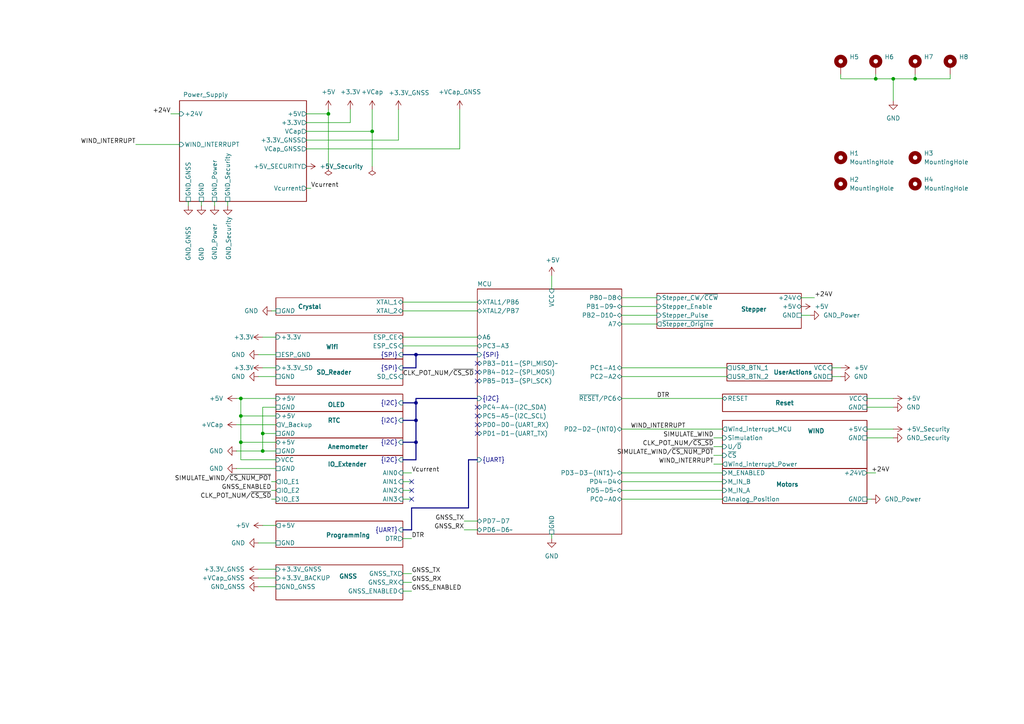
<source format=kicad_sch>
(kicad_sch (version 20231120) (generator "eeschema") (generator_version "8.0")
  (paper "A4")
  (title_block (title "SunTracker - Hierarchical schematic") (date "2024-04-17") (rev "1.0") (company "CREPP"))
  (lib_symbols
    (symbol "GND_1" (power) (pin_numbers hide) (pin_names (offset 0) hide)
      (property "Value" "GND" (at 0 -3.81 0))
      (symbol "GND_1_0_1"
        (polyline (pts (xy 0 0) (xy 0 -1.27) (xy 1.27 -1.27) (xy 0 -2.54) (xy -1.27 -1.27) (xy 0 -1.27)))
      )
      (symbol "GND_1_1_1"
        (pin power_in line (at 0 0 270) (length 0) (name "~") (number "1"))
      )
    )
    (symbol "Mechanical:MountingHole" (pin_names (offset 1.016))
      (property "Reference" "H" (at 0 5.08 0))
      (property "Value" "MountingHole" (at 0 3.175 0))
      (symbol "MountingHole_0_1"
        (circle (center 0 0) (radius 1.27) (stroke (width 1.27)))
      )
    )
    (symbol "Mechanical:MountingHole_Pad" (pin_numbers hide) (pin_names (offset 1.016) hide)
      (property "Reference" "H" (at 0 6.35 0))
      (property "Value" "MountingHole_Pad" (at 0 4.445 0))
      (symbol "MountingHole_Pad_0_1"
        (circle (center 0 1.27) (radius 1.27) (stroke (width 1.27)))
      )
      (symbol "MountingHole_Pad_1_1"
        (pin input line (at 0 -2.54 90) (length 2.54) (name "1") (number "1"))
      )
    )
    (symbol "power:+3.3V" (power) (pin_names (offset 0))
      (property "Value" "+3.3V" (at 0 3.556 0))
      (symbol "+3.3V_0_1"
        (polyline (pts (xy -0.762 1.27) (xy 0 2.54)))
        (polyline (pts (xy 0 0) (xy 0 2.54)))
        (polyline (pts (xy 0 2.54) (xy 0.762 1.27)))
      )
      (symbol "+3.3V_1_1"
        (pin power_in line (at 0 0 90) (length 0) hide (name "+3.3V") (number "1"))
      )
    )
    (symbol "power:+5V" (power) (pin_names (offset 0))
      (property "Value" "+5V" (at 0 3.556 0))
      (symbol "+5V_0_1"
        (polyline (pts (xy -0.762 1.27) (xy 0 2.54)))
        (polyline (pts (xy 0 0) (xy 0 2.54)))
        (polyline (pts (xy 0 2.54) (xy 0.762 1.27)))
      )
      (symbol "+5V_1_1"
        (pin power_in line (at 0 0 90) (length 0) hide (name "+5V") (number "1"))
      )
    )
    (symbol "power:GND" (power) (pin_names (offset 0))
      (property "Value" "GND" (at 0 -3.81 0))
      (symbol "GND_0_1"
        (polyline (pts (xy 0 0) (xy 0 -1.27) (xy 1.27 -1.27) (xy 0 -2.54) (xy -1.27 -1.27) (xy 0 -1.27)))
      )
      (symbol "GND_1_1"
        (pin power_in line (at 0 0 270) (length 0) hide (name "GND") (number "1"))
      )
    )
    (symbol "power:PWR_FLAG" (power) (pin_numbers hide) (pin_names (offset 0) hide)
      (property "Value" "PWR_FLAG" (at 0 3.81 0))
      (symbol "PWR_FLAG_0_0"
        (pin power_out line (at 0 0 90) (length 0) (name "~") (number "1"))
      )
      (symbol "PWR_FLAG_0_1"
        (polyline (pts (xy 0 0) (xy 0 1.27) (xy -1.016 1.905) (xy 0 2.54) (xy 1.016 1.905) (xy 0 1.27)))
      )
    )
  )
  (bus_alias "" (members))
  (bus_alias "I2C" (members "SDA" "SCL"))
  (bus_alias "SPI" (members "MOSI" "MISO" "CLK"))
  (bus_alias "UART" (members "RX" "TX"))
  (junction (at 107.95 38.1))
  (junction (at 69.85 128.27))
  (junction (at 254 22.86))
  (junction (at 120.65 121.92))
  (junction (at 265.43 22.86))
  (junction (at 120.65 102.87))
  (junction (at 120.65 128.27))
  (junction (at 69.85 115.57))
  (junction (at 69.85 120.65))
  (junction (at 120.65 116.84))
  (junction (at 76.2 130.81))
  (junction (at 259.08 22.86))
  (junction (at 95.25 33.02))
  (junction (at 76.2 125.73))
  (no_connect (at 138.43 105.41))
  (no_connect (at 138.43 118.11))
  (no_connect (at 138.43 120.65))
  (no_connect (at 119.38 142.24))
  (no_connect (at 138.43 110.49))
  (no_connect (at 119.38 139.7))
  (no_connect (at 119.38 144.78))
  (no_connect (at 138.43 107.95))
  (no_connect (at 138.43 123.19))
  (no_connect (at 138.43 125.73))
  (wire (pts (xy 275.59 22.86) (xy 265.43 22.86)))
  (wire (pts (xy 101.6 35.56) (xy 88.9 35.56)))
  (wire (pts (xy 80.01 125.73) (xy 76.2 125.73)))
  (wire (pts (xy 76.2 118.11) (xy 76.2 125.73)))
  (wire (pts (xy 74.93 170.18) (xy 80.01 170.18)))
  (wire (pts (xy 251.46 118.11) (xy 259.08 118.11)))
  (wire (pts (xy 69.85 128.27) (xy 69.85 120.65)))
  (wire (pts (xy 180.34 93.98) (xy 190.5 93.98)))
  (wire (pts (xy 116.84 168.91) (xy 119.38 168.91)))
  (wire (pts (xy 251.46 144.78) (xy 252.73 144.78)))
  (wire (pts (xy 80.01 118.11) (xy 76.2 118.11)))
  (wire (pts (xy 232.41 86.36) (xy 236.22 86.36)))
  (wire (pts (xy 243.84 22.86) (xy 254 22.86)))
  (wire (pts (xy 68.58 123.19) (xy 80.01 123.19)))
  (wire (pts (xy 74.93 102.87) (xy 80.01 102.87)))
  (wire (pts (xy 74.93 109.22) (xy 80.01 109.22)))
  (wire (pts (xy 251.46 115.57) (xy 259.08 115.57)))
  (wire (pts (xy 54.61 58.42) (xy 54.61 59.69)))
  (wire (pts (xy 78.74 144.78) (xy 80.01 144.78)))
  (bus (pts (xy 116.84 133.35) (xy 120.65 133.35)))
  (wire (pts (xy 133.35 43.18) (xy 88.9 43.18)))
  (wire (pts (xy 66.04 58.42) (xy 66.04 59.69)))
  (wire (pts (xy 68.58 135.89) (xy 80.01 135.89)))
  (wire (pts (xy 101.6 31.75) (xy 101.6 35.56)))
  (wire (pts (xy 116.84 137.16) (xy 119.38 137.16)))
  (wire (pts (xy 232.41 91.44) (xy 234.95 91.44)))
  (wire (pts (xy 251.46 137.16) (xy 254 137.16)))
  (wire (pts (xy 95.25 33.02) (xy 88.9 33.02)))
  (wire (pts (xy 134.62 151.13) (xy 138.43 151.13)))
  (wire (pts (xy 76.2 125.73) (xy 76.2 130.81)))
  (wire (pts (xy 254 22.86) (xy 259.08 22.86)))
  (wire (pts (xy 115.57 31.75) (xy 115.57 40.64)))
  (wire (pts (xy 180.34 106.68) (xy 210.82 106.68)))
  (wire (pts (xy 115.57 40.64) (xy 88.9 40.64)))
  (wire (pts (xy 74.93 157.48) (xy 80.01 157.48)))
  (wire (pts (xy 116.84 171.45) (xy 119.38 171.45)))
  (bus (pts (xy 116.84 128.27) (xy 120.65 128.27)))
  (wire (pts (xy 78.74 142.24) (xy 80.01 142.24)))
  (wire (pts (xy 39.37 41.91) (xy 52.07 41.91)))
  (wire (pts (xy 88.9 54.61) (xy 90.17 54.61)))
  (wire (pts (xy 259.08 22.86) (xy 259.08 29.21)))
  (wire (pts (xy 241.3 106.68) (xy 243.84 106.68)))
  (wire (pts (xy 180.34 91.44) (xy 190.5 91.44)))
  (bus (pts (xy 120.65 102.87) (xy 138.43 102.87)))
  (wire (pts (xy 180.34 86.36) (xy 190.5 86.36)))
  (bus (pts (xy 135.89 133.35) (xy 138.43 133.35)))
  (wire (pts (xy 88.9 38.1) (xy 107.95 38.1)))
  (bus (pts (xy 135.89 147.32) (xy 119.38 147.32)))
  (wire (pts (xy 243.84 21.59) (xy 243.84 22.86)))
  (wire (pts (xy 116.84 142.24) (xy 119.38 142.24)))
  (wire (pts (xy 76.2 106.68) (xy 80.01 106.68)))
  (wire (pts (xy 68.58 115.57) (xy 69.85 115.57)))
  (bus (pts (xy 120.65 128.27) (xy 120.65 133.35)))
  (wire (pts (xy 160.02 80.01) (xy 160.02 83.82)))
  (bus (pts (xy 120.65 115.57) (xy 120.65 116.84)))
  (wire (pts (xy 74.93 167.64) (xy 80.01 167.64)))
  (wire (pts (xy 58.42 58.42) (xy 58.42 59.69)))
  (wire (pts (xy 76.2 97.79) (xy 80.01 97.79)))
  (wire (pts (xy 116.84 87.63) (xy 138.43 87.63)))
  (wire (pts (xy 116.84 166.37) (xy 119.38 166.37)))
  (bus (pts (xy 116.84 102.87) (xy 120.65 102.87)))
  (bus (pts (xy 119.38 153.67) (xy 116.84 153.67)))
  (wire (pts (xy 116.84 156.21) (xy 119.38 156.21)))
  (wire (pts (xy 180.34 109.22) (xy 210.82 109.22)))
  (wire (pts (xy 76.2 152.4) (xy 80.01 152.4)))
  (wire (pts (xy 107.95 31.75) (xy 107.95 38.1)))
  (wire (pts (xy 265.43 21.59) (xy 265.43 22.86)))
  (wire (pts (xy 160.02 154.94) (xy 160.02 156.21)))
  (wire (pts (xy 95.25 33.02) (xy 95.25 48.26)))
  (wire (pts (xy 116.84 90.17) (xy 138.43 90.17)))
  (bus (pts (xy 120.65 106.68) (xy 120.65 102.87)))
  (wire (pts (xy 80.01 133.35) (xy 69.85 133.35)))
  (bus (pts (xy 116.84 106.68) (xy 120.65 106.68)))
  (wire (pts (xy 78.74 139.7) (xy 80.01 139.7)))
  (wire (pts (xy 68.58 130.81) (xy 76.2 130.81)))
  (wire (pts (xy 180.34 88.9) (xy 190.5 88.9)))
  (bus (pts (xy 135.89 133.35) (xy 135.89 147.32)))
  (wire (pts (xy 95.25 31.75) (xy 95.25 33.02)))
  (wire (pts (xy 180.34 124.46) (xy 209.55 124.46)))
  (wire (pts (xy 241.3 109.22) (xy 243.84 109.22)))
  (wire (pts (xy 180.34 144.78) (xy 209.55 144.78)))
  (bus (pts (xy 116.84 116.84) (xy 120.65 116.84)))
  (wire (pts (xy 265.43 22.86) (xy 259.08 22.86)))
  (wire (pts (xy 207.01 129.54) (xy 209.55 129.54)))
  (wire (pts (xy 74.93 165.1) (xy 80.01 165.1)))
  (wire (pts (xy 107.95 38.1) (xy 107.95 48.26)))
  (wire (pts (xy 80.01 128.27) (xy 69.85 128.27)))
  (wire (pts (xy 207.01 127) (xy 209.55 127)))
  (wire (pts (xy 116.84 139.7) (xy 119.38 139.7)))
  (wire (pts (xy 180.34 139.7) (xy 209.55 139.7)))
  (bus (pts (xy 119.38 147.32) (xy 119.38 153.67)))
  (wire (pts (xy 80.01 120.65) (xy 69.85 120.65)))
  (wire (pts (xy 69.85 133.35) (xy 69.85 128.27)))
  (wire (pts (xy 180.34 137.16) (xy 209.55 137.16)))
  (bus (pts (xy 120.65 115.57) (xy 138.43 115.57)))
  (wire (pts (xy 251.46 124.46) (xy 259.08 124.46)))
  (wire (pts (xy 62.23 58.42) (xy 62.23 59.69)))
  (wire (pts (xy 80.01 115.57) (xy 69.85 115.57)))
  (wire (pts (xy 116.84 144.78) (xy 119.38 144.78)))
  (wire (pts (xy 180.34 115.57) (xy 209.55 115.57)))
  (bus (pts (xy 120.65 121.92) (xy 120.65 128.27)))
  (wire (pts (xy 207.01 134.62) (xy 209.55 134.62)))
  (bus (pts (xy 120.65 116.84) (xy 120.65 121.92)))
  (wire (pts (xy 251.46 127) (xy 259.08 127)))
  (wire (pts (xy 275.59 21.59) (xy 275.59 22.86)))
  (wire (pts (xy 116.84 97.79) (xy 138.43 97.79)))
  (wire (pts (xy 133.35 31.75) (xy 133.35 43.18)))
  (wire (pts (xy 116.84 100.33) (xy 138.43 100.33)))
  (wire (pts (xy 69.85 120.65) (xy 69.85 115.57)))
  (wire (pts (xy 134.62 153.67) (xy 138.43 153.67)))
  (wire (pts (xy 80.01 130.81) (xy 76.2 130.81)))
  (bus (pts (xy 116.84 121.92) (xy 120.65 121.92)))
  (wire (pts (xy 78.74 90.17) (xy 80.01 90.17)))
  (wire (pts (xy 207.01 132.08) (xy 209.55 132.08)))
  (wire (pts (xy 49.53 33.02) (xy 52.07 33.02)))
  (wire (pts (xy 180.34 142.24) (xy 209.55 142.24)))
  (wire (pts (xy 254 21.59) (xy 254 22.86)))
  (label "WIND_INTERRUPT" (at 182.88 124.46 0))
  (label "SIMULATE_WIND" (at 207.01 127 180))
  (label "WIND_INTERRUPT" (at 207.01 134.62 180))
  (label "CLK_POT_NUM{slash}~{CS_SD}" (at 207.01 129.54 180))
  (label "GNSS_ENABLED" (at 119.38 171.45 0))
  (label "+24V" (at 252.73 137.16 0))
  (label "WIND_INTERRUPT" (at 39.37 41.91 180))
  (label "CLK_POT_NUM{slash}~{CS_SD}" (at 116.84 109.22 0))
  (label "GNSS_TX" (at 134.62 151.13 180))
  (label "DTR" (at 190.5 115.57 0))
  (label "+24V" (at 236.22 86.36 0))
  (label "GNSS_ENABLED" (at 78.74 142.24 180))
  (label "SIMULATE_WIND{slash}~{CS_NUM_POT}" (at 207.01 132.08 180))
  (label "DTR" (at 119.38 156.21 0))
  (label "GNSS_RX" (at 119.38 168.91 0))
  (label "Vcurrent" (at 119.38 137.16 0))
  (label "CLK_POT_NUM{slash}~{CS_SD}" (at 78.74 144.78 180))
  (label "+24V" (at 49.53 33.02 180))
  (label "GNSS_RX" (at 134.62 153.67 180))
  (label "Vcurrent" (at 90.17 54.61 0))
  (label "SIMULATE_WIND{slash}~{CS_NUM_POT}" (at 78.74 139.7 180))
  (label "GNSS_TX" (at 119.38 166.37 0))
  (symbol (lib_id "power:+5V") (at 259.08 115.57 270) (unit 1)
    (property "Reference" "#PWR026" (effects (hide yes)))
    (property "Value" "+5V" (at 262.89 115.5699 90) (effects (justify left)))
  )
  (symbol (lib_id "power:GND") (at 74.93 109.22 270) (unit 1)
    (property "Reference" "#PWR039" (effects (hide yes)))
    (property "Value" "GND" (at 71.12 109.2201 90) (effects (justify right)))
  )
  (symbol (lib_name "GND_1") (lib_id "power:GND") (at 58.42 59.69 0) (unit 1)
    (property "Reference" "#PWR013" (effects (hide yes)))
    (property "Value" "GND" (at 58.42 73.66 90))
    (property "Description" "Power symbol creates a global label with name \"GND\" , ground" (effects (hide yes)))
  )
  (symbol (lib_id "power:+5V") (at 243.84 106.68 270) (unit 1)
    (property "Reference" "#PWR022" (effects (hide yes)))
    (property "Value" "+5V" (at 247.65 106.6799 90) (effects (justify left)))
  )
  (symbol (lib_id "power:+3.3V") (at 74.93 167.64 90) (unit 1)
    (property "Reference" "#PWR02" (effects (hide yes)))
    (property "Value" "+VCap_GNSS" (at 64.77 167.64 90))
  )
  (symbol (lib_id "power:+3.3V") (at 68.58 123.19 90) (unit 1)
    (property "Reference" "#PWR05" (effects (hide yes)))
    (property "Value" "+VCap" (at 64.77 123.1899 90) (effects (justify left)))
  )
  (symbol (lib_id "power:GND") (at 74.93 102.87 270) (unit 1)
    (property "Reference" "#PWR07" (effects (hide yes)))
    (property "Value" "GND" (at 71.12 102.8701 90) (effects (justify right)))
  )
  (symbol (lib_id "power:+3.3V") (at 74.93 165.1 90) (unit 1)
    (property "Reference" "#PWR01" (effects (hide yes)))
    (property "Value" "+3.3V_GNSS" (at 65.024 165.1 90))
  )
  (symbol (lib_id "power:PWR_FLAG") (at 95.25 48.26 180) (unit 1)
    (property "Reference" "#FLG01" (effects (hide yes)))
    (property "Value" "PWR_FLAG" (effects (hide yes)))
    (property "Description" "Special symbol for telling ERC where power comes from" (effects (hide yes)))
  )
  (symbol (lib_id "power:GND") (at 62.23 59.69 0) (unit 1)
    (property "Reference" "#PWR037" (effects (hide yes)))
    (property "Value" "GND_Power" (at 62.23 70.104 90))
  )
  (symbol (lib_id "Mechanical:MountingHole_Pad") (at 254 19.05 0) (unit 1)
    (property "Reference" "H6" (at 256.54 16.5099 0) (effects (justify left)))
    (property "Value" "Probe_GND" (effects (hide yes)))
    (property "Footprint" "Holes:Hole_1mm_Scope" (effects (hide yes)))
    (property "Description" "Mounting Hole with connection" (effects (hide yes)))
  )
  (symbol (lib_id "power:+5V") (at 95.25 31.75 0) (unit 1)
    (property "Reference" "#PWR014" (effects (hide yes)))
    (property "Value" "+5V" (at 95.25 26.67 0))
  )
  (symbol (lib_id "power:GND") (at 252.73 144.78 90) (unit 1)
    (property "Reference" "#PWR025" (effects (hide yes)))
    (property "Value" "GND_Power" (at 256.54 144.7799 90) (effects (justify right)))
  )
  (symbol (lib_id "power:+5V") (at 160.02 80.01 0) (unit 1)
    (property "Reference" "#PWR019" (effects (hide yes)))
    (property "Value" "+5V" (at 160.274 75.438 0))
  )
  (symbol (lib_name "GND_1") (lib_id "power:GND") (at 68.58 130.81 270) (unit 1)
    (property "Reference" "#PWR06" (effects (hide yes)))
    (property "Value" "GND" (at 64.77 130.8099 90) (effects (justify right)))
    (property "Description" "Power symbol creates a global label with name \"GND\" , ground" (effects (hide yes)))
  )
  (symbol (lib_id "power:+5V") (at 232.41 88.9 270) (unit 1)
    (property "Reference" "#PWR046" (effects (hide yes)))
    (property "Value" "+5V" (at 236.22 88.8999 90) (effects (justify left)))
  )
  (symbol (lib_id "power:+3.3V") (at 101.6 31.75 0) (unit 1)
    (property "Reference" "#PWR015" (effects (hide yes)))
    (property "Value" "+3.3V" (at 101.6 26.67 0))
  )
  (symbol (lib_id "power:GND") (at 259.08 118.11 90) (unit 1)
    (property "Reference" "#PWR024" (effects (hide yes)))
    (property "Value" "GND" (at 262.89 118.1099 90) (effects (justify right)))
  )
  (symbol (lib_id "power:+3.3V") (at 76.2 106.68 90) (unit 1)
    (property "Reference" "#PWR040" (effects (hide yes)))
    (property "Value" "+3.3V" (at 73.66 106.6799 90) (effects (justify left)))
  )
  (symbol (lib_id "power:GND") (at 74.93 157.48 270) (unit 1)
    (property "Reference" "#PWR08" (effects (hide yes)))
    (property "Value" "GND" (at 71.12 157.4801 90) (effects (justify right)))
  )
  (symbol (lib_id "power:+5V") (at 259.08 124.46 270) (unit 1)
    (property "Reference" "#PWR045" (effects (hide yes)))
    (property "Value" "+5V_Security" (at 262.89 124.4599 90) (effects (justify left)))
  )
  (symbol (lib_id "Mechanical:MountingHole") (at 243.84 53.34 0) (unit 1)
    (property "Reference" "H2" (at 246.38 52.07 0) (effects (justify left)))
    (property "Value" "MountingHole" (at 246.38 54.61 0) (effects (justify left)))
    (property "Footprint" "MountingHole:MountingHole_3mm" (effects (hide yes)))
  )
  (symbol (lib_id "power:GND") (at 243.84 109.22 90) (unit 1)
    (property "Reference" "#PWR023" (effects (hide yes)))
    (property "Value" "GND" (at 247.65 109.2199 90) (effects (justify right)))
  )
  (symbol (lib_id "power:+5V") (at 88.9 48.26 270) (unit 1)
    (property "Reference" "#PWR041" (effects (hide yes)))
    (property "Value" "+5V_Security" (at 92.71 48.2599 90) (effects (justify left)))
  )
  (symbol (lib_id "power:+5V") (at 68.58 115.57 90) (unit 1)
    (property "Reference" "#PWR04" (effects (hide yes)))
    (property "Value" "+5V" (at 64.77 115.5699 90) (effects (justify left)))
  )
  (symbol (lib_name "GND_1") (lib_id "power:GND") (at 78.74 90.17 270) (unit 1)
    (property "Reference" "#PWR011" (effects (hide yes)))
    (property "Value" "GND" (at 74.93 90.1699 90) (effects (justify right)))
    (property "Description" "Power symbol creates a global label with name \"GND\" , ground" (effects (hide yes)))
  )
  (symbol (lib_name "GND_1") (lib_id "power:GND") (at 68.58 135.89 270) (unit 1)
    (property "Reference" "#PWR036" (effects (hide yes)))
    (property "Value" "GND" (at 64.77 135.8899 90) (effects (justify right)))
    (property "Description" "Power symbol creates a global label with name \"GND\" , ground" (effects (hide yes)))
  )
  (symbol (lib_id "Mechanical:MountingHole") (at 265.43 53.34 0) (unit 1)
    (property "Reference" "H4" (at 267.97 52.07 0) (effects (justify left)))
    (property "Value" "MountingHole" (at 267.97 54.61 0) (effects (justify left)))
    (property "Footprint" "MountingHole:MountingHole_3mm" (effects (hide yes)))
  )
  (symbol (lib_id "Mechanical:MountingHole_Pad") (at 275.59 19.05 0) (unit 1)
    (property "Reference" "H8" (at 278.13 16.5099 0) (effects (justify left)))
    (property "Value" "Probe_GND" (effects (hide yes)))
    (property "Footprint" "Holes:Hole_1mm_Scope" (effects (hide yes)))
    (property "Description" "Mounting Hole with connection" (effects (hide yes)))
  )
  (symbol (lib_name "GND_1") (lib_id "power:GND") (at 54.61 59.69 0) (unit 1)
    (property "Reference" "#PWR012" (effects (hide yes)))
    (property "Value" "GND_GNSS" (at 54.61 70.612 90))
    (property "Description" "Power symbol creates a global label with name \"GND\" , ground" (effects (hide yes)))
  )
  (symbol (lib_id "Mechanical:MountingHole") (at 265.43 45.72 0) (unit 1)
    (property "Reference" "H3" (at 267.97 44.45 0) (effects (justify left)))
    (property "Value" "MountingHole" (at 267.97 46.99 0) (effects (justify left)))
    (property "Footprint" "MountingHole:MountingHole_3mm" (effects (hide yes)))
  )
  (symbol (lib_id "Mechanical:MountingHole_Pad") (at 243.84 19.05 0) (unit 1)
    (property "Reference" "H5" (at 246.38 16.5099 0) (effects (justify left)))
    (property "Value" "Probe_GND" (effects (hide yes)))
    (property "Footprint" "Holes:Hole_1mm_Scope" (effects (hide yes)))
    (property "Description" "Mounting Hole with connection" (effects (hide yes)))
  )
  (symbol (lib_id "power:GND") (at 234.95 91.44 90) (unit 1)
    (property "Reference" "#PWR021" (effects (hide yes)))
    (property "Value" "GND_Power" (at 238.76 91.4399 90) (effects (justify right)))
  )
  (symbol (lib_id "power:GND") (at 66.04 59.69 0) (unit 1)
    (property "Reference" "#PWR038" (effects (hide yes)))
    (property "Value" "GND_Security" (at 66.294 69.088 90))
  )
  (symbol (lib_id "Mechanical:MountingHole") (at 243.84 45.72 0) (unit 1)
    (property "Reference" "H1" (at 246.38 44.45 0) (effects (justify left)))
    (property "Value" "MountingHole" (at 246.38 46.99 0) (effects (justify left)))
    (property "Footprint" "MountingHole:MountingHole_3mm" (effects (hide yes)))
  )
  (symbol (lib_name "GND_1") (lib_id "power:GND") (at 160.02 156.21 0) (unit 1)
    (property "Reference" "#PWR020" (effects (hide yes)))
    (property "Value" "GND" (at 160.02 161.29 0))
    (property "Description" "Power symbol creates a global label with name \"GND\" , ground" (effects (hide yes)))
  )
  (symbol (lib_id "power:GND") (at 259.08 29.21 0) (unit 1)
    (property "Reference" "#PWR034" (effects (hide yes)))
    (property "Value" "GND" (at 259.08 34.29 0))
    (property "Description" "Power symbol creates a global label with name \"GND\" , ground" (effects (hide yes)))
  )
  (symbol (lib_id "power:+3.3V") (at 115.57 31.75 0) (unit 1)
    (property "Reference" "#PWR017" (effects (hide yes)))
    (property "Value" "+3.3V_GNSS" (at 118.618 26.924 0))
  )
  (symbol (lib_id "power:+3.3V") (at 76.2 97.79 90) (unit 1)
    (property "Reference" "#PWR09" (effects (hide yes)))
    (property "Value" "+3.3V" (at 73.66 97.7899 90) (effects (justify left)))
  )
  (symbol (lib_id "Mechanical:MountingHole_Pad") (at 265.43 19.05 0) (unit 1)
    (property "Reference" "H7" (at 267.97 16.5099 0) (effects (justify left)))
    (property "Value" "Probe_GND" (effects (hide yes)))
    (property "Footprint" "Holes:Hole_1mm_Scope" (effects (hide yes)))
    (property "Description" "Mounting Hole with connection" (effects (hide yes)))
  )
  (symbol (lib_id "power:+3.3V") (at 133.35 31.75 0) (unit 1)
    (property "Reference" "#PWR018" (effects (hide yes)))
    (property "Value" "+VCap_GNSS" (at 133.35 26.67 0))
  )
  (symbol (lib_id "power:+3.3V") (at 76.2 152.4 90) (unit 1)
    (property "Reference" "#PWR010" (effects (hide yes)))
    (property "Value" "+5V" (at 72.39 152.3999 90) (effects (justify left)))
  )
  (symbol (lib_id "power:GND") (at 259.08 127 90) (unit 1)
    (property "Reference" "#PWR027" (effects (hide yes)))
    (property "Value" "GND_Security" (at 262.89 126.9999 90) (effects (justify right)))
  )
  (symbol (lib_id "power:PWR_FLAG") (at 107.95 48.26 180) (unit 1)
    (property "Reference" "#FLG02" (effects (hide yes)))
    (property "Value" "PWR_FLAG" (effects (hide yes)))
    (property "Description" "Special symbol for telling ERC where power comes from" (effects (hide yes)))
  )
  (symbol (lib_id "power:+3.3V") (at 107.95 31.75 0) (unit 1)
    (property "Reference" "#PWR016" (effects (hide yes)))
    (property "Value" "+VCap" (at 107.95 26.67 0))
  )
  (symbol (lib_name "GND_1") (lib_id "power:GND") (at 74.93 170.18 270) (unit 1)
    (property "Reference" "#PWR03" (effects (hide yes)))
    (property "Value" "GND_GNSS" (at 71.12 170.1799 90) (effects (justify right)))
    (property "Description" "Power symbol creates a global label with name \"GND\" , ground" (effects (hide yes)))
  )
  (sheet (at 209.55 121.92) (size 41.91 13.97) (stroke (width 0.1524))
    (property "Sheetname" "WIND" (at 234.188 125.73 0) (effects (font (bold yes)) (justify left bottom)))
    (property "Sheetfile" "Modules/WIND.kicad_sch" (effects (hide yes)))
    (pin "GND" passive (at 251.46 127 0) (effects (font (italic yes))))
    (pin "+5V" input (at 251.46 124.46 0))
    (pin "Simulation" input (at 209.55 127 180))
    (pin "U{slash}~{D}" input (at 209.55 129.54 180))
    (pin "~{CS}" input (at 209.55 132.08 180))
    (pin "Wind_interrupt_Power" output (at 209.55 134.62 180))
    (pin "Wind_interrupt_MCU" output (at 209.55 124.46 180))
  )
  (sheet (at 80.01 104.14) (size 36.83 7.62) (stroke (width 0.1524))
    (property "Sheetname" "SD_Reader" (at 91.694 108.712 0) (effects (font (bold yes)) (justify left bottom)))
    (property "Sheetfile" "Modules/SD_Reader.kicad_sch" (effects (hide yes)))
    (pin "SD_CS" input (at 116.84 109.22 0))
    (pin "+3.3V_SD" input (at 80.01 106.68 180))
    (pin "{SPI}" input (at 116.84 106.68 0))
    (pin "GND" passive (at 80.01 109.22 180))
  )
  (sheet (at 210.82 105.41) (size 30.48 5.08) (stroke (width 0.1524))
    (property "Sheetname" "UserActions" (at 224.282 108.712 0) (effects (font (bold yes)) (justify left bottom)))
    (property "Sheetfile" "UserActions.kicad_sch" (effects (hide yes)))
    (pin "VCC" input (at 241.3 106.68 0))
    (pin "GND" passive (at 241.3 109.22 0))
    (pin "USR_BTN_1" output (at 210.82 106.68 180))
    (pin "USR_BTN_2" output (at 210.82 109.22 180))
  )
  (sheet (at 209.55 135.89) (size 41.91 10.16) (stroke (width 0.1524))
    (property "Sheetname" "Motors" (at 225.044 141.224 0) (effects (font (bold yes)) (justify left bottom)))
    (property "Sheetfile" "Modules/Motor_Control.kicad_sch" (effects (hide yes)))
    (pin "M_IN_B" input (at 209.55 139.7 180))
    (pin "M_IN_A" input (at 209.55 142.24 180))
    (pin "GND" passive (at 251.46 144.78 0) (effects (font (italic yes))))
    (pin "+24V" output (at 251.46 137.16 0) (effects (font (italic yes))))
    (pin "M_ENABLED" input (at 209.55 137.16 180))
    (pin "Analog_Position" output (at 209.55 144.78 180))
  )
  (sheet (at 52.07 29.21) (size 36.83 29.21) (stroke (width 0.1524))
    (property "Sheetname" "Power_Supply" (at 53.086 28.194 0) (effects (justify left bottom)))
    (property "Sheetfile" "Modules/Power_supply.kicad_sch" (effects (hide yes)))
    (pin "GND" passive (at 58.42 58.42 270))
    (pin "+24V" input (at 52.07 33.02 180))
    (pin "+5V" output (at 88.9 33.02 0))
    (pin "+3.3V" output (at 88.9 35.56 0))
    (pin "VCap" output (at 88.9 38.1 0))
    (pin "+3.3V_GNSS" output (at 88.9 40.64 0))
    (pin "GND_GNSS" passive (at 54.61 58.42 270))
    (pin "VCap_GNSS" output (at 88.9 43.18 0))
    (pin "GND_Power" passive (at 62.23 58.42 270))
    (pin "GND_Security" passive (at 66.04 58.42 270))
    (pin "+5V_SECURITY" output (at 88.9 48.26 0))
    (pin "WIND_INTERRUPT" input (at 52.07 41.91 180))
    (pin "Vcurrent" output (at 88.9 54.61 0))
  )
  (sheet (at 80.01 119.38) (size 36.83 7.62) (stroke (width 0.1524))
    (property "Sheetname" "RTC" (at 94.996 122.682 0) (effects (font (bold yes)) (justify left bottom)))
    (property "Sheetfile" "Modules/RTC.kicad_sch" (effects (hide yes)))
    (pin "GND" passive (at 80.01 125.73 180) (effects (font (italic yes))))
    (pin "+5V" input (at 80.01 120.65 180) (effects (font (italic yes))))
    (pin "{I2C}" input (at 116.84 121.92 0))
    (pin "V_Backup" output (at 80.01 123.19 180))
  )
  (sheet (at 80.01 96.52) (size 36.83 7.62) (stroke (width 0.1524))
    (property "Sheetname" "Wifi" (at 94.488 101.346 0) (effects (font (bold yes)) (justify left bottom)))
    (property "Sheetfile" "Modules/Wifi.kicad_sch" (effects (hide yes)))
    (pin "ESP_GND" passive (at 80.01 102.87 180))
    (pin "+3.3V" input (at 80.01 97.79 180))
    (pin "ESP_CE" bidirectional (at 116.84 97.79 0))
    (pin "{SPI}" input (at 116.84 102.87 0))
    (pin "ESP_CS" input (at 116.84 100.33 0))
  )
  (sheet (at 138.43 83.82) (size 41.91 71.12) (stroke (width 0.1524))
    (property "Sheetname" "MCU" (at 138.43 83.1084 0) (effects (justify left bottom)))
    (property "Sheetfile" "Modules/MCU.kicad_sch" (effects (hide yes)))
    (pin "VCC" input (at 160.02 83.82 90))
    (pin "~{RESET}/PC6" bidirectional (at 180.34 115.57 0))
    (pin "XTAL1/PB6" bidirectional (at 138.43 87.63 180))
    (pin "XTAL2/PB7" bidirectional (at 138.43 90.17 180))
    (pin "PC2-A2" bidirectional (at 180.34 109.22 0))
    (pin "PC3-A3" bidirectional (at 138.43 100.33 180))
    (pin "PC1-A1" bidirectional (at 180.34 106.68 0))
    (pin "PC0-A0" bidirectional (at 180.34 144.78 0))
    (pin "{I2C}" input (at 138.43 115.57 180))
    (pin "{SPI}" input (at 138.43 102.87 180))
    (pin "{UART}" input (at 138.43 133.35 180))
    (pin "PD2-D2-(INT0)" bidirectional (at 180.34 124.46 0))
    (pin "PD3-D3-(INT1)~" bidirectional (at 180.34 137.16 0))
    (pin "PD4-D4" bidirectional (at 180.34 139.7 0))
    (pin "PB0-D8" bidirectional (at 180.34 86.36 0))
    (pin "PD7-D7" bidirectional (at 138.43 151.13 180))
    (pin "PD6-D6~" bidirectional (at 138.43 153.67 180))
    (pin "PB1-D9~" bidirectional (at 180.34 88.9 0))
    (pin "PB2-D10~" bidirectional (at 180.34 91.44 0))
    (pin "PB4-D12-(SPI_MOSI)" bidirectional (at 138.43 107.95 180))
    (pin "PB5-D13-(SPI_SCK)" bidirectional (at 138.43 110.49 180))
    (pin "PB3-D11-(SPI_MISO)~" bidirectional (at 138.43 105.41 180))
    (pin "PC4-A4-(I2C_SDA)" bidirectional (at 138.43 118.11 180))
    (pin "PD0-D0-(UART_RX)" bidirectional (at 138.43 123.19 180))
    (pin "PC5-A5-(I2C_SCL)" bidirectional (at 138.43 120.65 180))
    (pin "PD1-D1-(UART_TX)" bidirectional (at 138.43 125.73 180))
    (pin "PD5-D5~" bidirectional (at 180.34 142.24 0))
    (pin "GND" passive (at 160.02 154.94 270))
    (pin "A7" bidirectional (at 180.34 93.98 0))
    (pin "A6" bidirectional (at 138.43 97.79 180))
  )
  (sheet (at 80.01 132.08) (size 36.83 13.97) (stroke (width 0.1524))
    (property "Sheetname" "IO_Extender" (at 94.996 135.382 0) (effects (font (bold yes)) (justify left bottom)))
    (property "Sheetfile" "Modules/IO_Extender.kicad_sch" (effects (hide yes)))
    (pin "GND" passive (at 80.01 135.89 180) (effects (font (italic yes))))
    (pin "{I2C}" input (at 116.84 133.35 0))
    (pin "IO_E1" output (at 80.01 139.7 180))
    (pin "IO_E2" output (at 80.01 142.24 180))
    (pin "IO_E3" input (at 80.01 144.78 180))
    (pin "VCC" input (at 80.01 133.35 180))
    (pin "AIN2" input (at 116.84 142.24 0))
    (pin "AIN0" input (at 116.84 137.16 0))
    (pin "AIN1" input (at 116.84 139.7 0))
    (pin "AIN3" input (at 116.84 144.78 0))
  )
  (sheet (at 80.01 151.13) (size 36.83 7.62) (stroke (width 0.1524))
    (property "Sheetname" "Programming" (at 94.488 155.956 0) (effects (font (bold yes)) (justify left bottom)))
    (property "Sheetfile" "Modules/Programming.kicad_sch" (effects (hide yes)))
    (pin "GND" passive (at 80.01 157.48 180))
    (pin "+5V" output (at 80.01 152.4 180))
    (pin "{UART}" input (at 116.84 153.67 0))
    (pin "DTR" output (at 116.84 156.21 0))
  )
  (sheet (at 80.01 163.83) (size 36.83 10.16) (stroke (width 0.1524))
    (property "Sheetname" "GNSS" (at 98.298 167.894 0) (effects (font (bold yes)) (justify left bottom)))
    (property "Sheetfile" "Modules/GNSS.kicad_sch" (effects (hide yes)))
    (pin "+3.3V_GNSS" input (at 80.01 165.1 180))
    (pin "+3.3V_BACKUP" input (at 80.01 167.64 180))
    (pin "GND_GNSS" passive (at 80.01 170.18 180))
    (pin "GNSS_TX" output (at 116.84 166.37 0))
    (pin "GNSS_RX" input (at 116.84 168.91 0))
    (pin "GNSS_ENABLED" input (at 116.84 171.45 0))
  )
  (sheet (at 80.01 86.36) (size 36.83 5.08) (stroke (width 0.1524))
    (property "Sheetname" "Crystal" (at 86.36 89.662 0) (effects (font (bold yes)) (justify left bottom)))
    (property "Sheetfile" "Modules/Xtal.kicad_sch" (effects (hide yes)))
    (pin "XTAl_1" bidirectional (at 116.84 87.63 0))
    (pin "XTAl_2" bidirectional (at 116.84 90.17 0))
    (pin "GND" passive (at 80.01 90.17 180) (effects (font (italic yes))))
  )
  (sheet (at 209.55 114.3) (size 41.91 5.08) (stroke (width 0.1524))
    (property "Sheetname" "Reset" (at 224.79 117.602 0) (effects (font (bold yes)) (justify left bottom)))
    (property "Sheetfile" "Modules/Reset.kicad_sch" (effects (hide yes)))
    (pin "GND" passive (at 251.46 118.11 0) (effects (font (italic yes))))
    (pin "RESET" bidirectional (at 209.55 115.57 180))
    (pin "VCC" input (at 251.46 115.57 0) (effects (font (italic yes))))
  )
  (sheet (at 190.5 85.09) (size 41.91 10.16) (stroke (width 0.1524))
    (property "Sheetname" "Stepper" (at 214.884 90.424 0) (effects (font (bold yes)) (justify left bottom)))
    (property "Sheetfile" "Modules/Stepper.kicad_sch" (effects (hide yes)))
    (pin "GND" passive (at 232.41 91.44 0))
    (pin "+24V" bidirectional (at 232.41 86.36 0))
    (pin "Stepper_Pulse" input (at 190.5 91.44 180))
    (pin "+5V" bidirectional (at 232.41 88.9 0))
    (pin "Stepper_CW{slash}~{CCW}" input (at 190.5 86.36 180))
    (pin "Stepper_Enable" input (at 190.5 88.9 180))
    (pin "~{Stepper_Origine}" output (at 190.5 93.98 180))
  )
  (sheet (at 80.01 114.3) (size 36.83 5.08) (stroke (width 0.1524))
    (property "Sheetname" "OLED" (at 94.996 118.11 0) (effects (font (bold yes)) (justify left bottom)))
    (property "Sheetfile" "Modules/OLED.kicad_sch" (effects (hide yes)))
    (pin "GND" passive (at 80.01 118.11 180) (effects (font (italic yes))))
    (pin "+5V" input (at 80.01 115.57 180) (effects (font (italic yes))))
    (pin "{I2C}" input (at 116.84 116.84 0))
  )
  (sheet (at 80.01 127) (size 36.83 5.08) (stroke (width 0.1524))
    (property "Sheetname" "Anemometer" (at 94.996 130.302 0) (effects (font (bold yes)) (justify left bottom)))
    (property "Sheetfile" "Modules/Anemometer.kicad_sch" (effects (hide yes)))
    (pin "GND" passive (at 80.01 130.81 180) (effects (font (italic yes))))
    (pin "{I2C}" input (at 116.84 128.27 0))
    (pin "+5V" bidirectional (at 80.01 128.27 180))
  )
)
</source>
